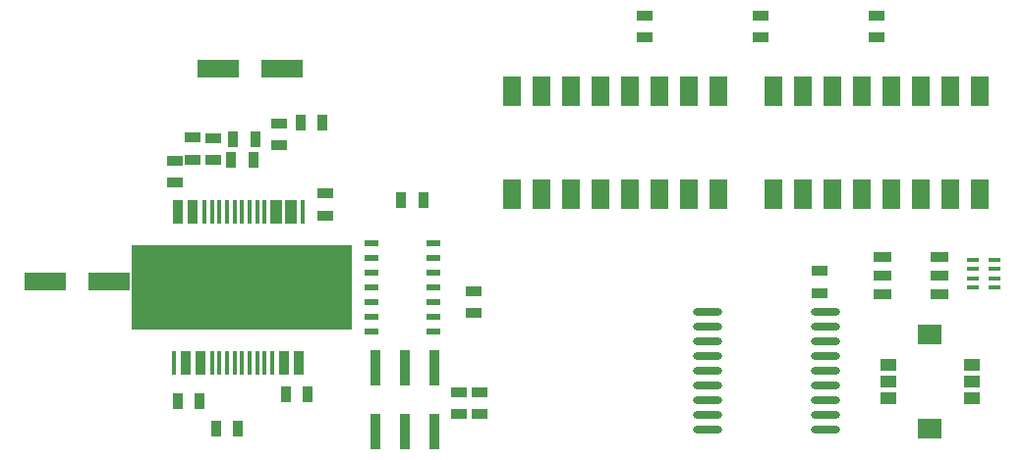
<source format=gtp>
G04 (created by PCBNEW (2013-jul-07)-stable) date Sat 26 Sep 2015 04:42:44 AM EDT*
%MOIN*%
G04 Gerber Fmt 3.4, Leading zero omitted, Abs format*
%FSLAX34Y34*%
G01*
G70*
G90*
G04 APERTURE LIST*
%ADD10C,0.00590551*%
%ADD11R,0.0141732X0.0787402*%
%ADD12R,0.039X0.0787402*%
%ADD13R,0.038X0.0787402*%
%ADD14R,0.748031X0.285433*%
%ADD15R,0.055X0.035*%
%ADD16R,0.035X0.055*%
%ADD17R,0.1417X0.063*%
%ADD18R,0.045X0.02*%
%ADD19R,0.038X0.119*%
%ADD20R,0.0590551X0.1*%
%ADD21O,0.0984252X0.025*%
%ADD22R,0.0531496X0.0393701*%
%ADD23R,0.0787402X0.0708661*%
%ADD24R,0.0393701X0.015748*%
%ADD25R,0.0633X0.0354*%
G04 APERTURE END LIST*
G54D10*
G54D11*
X34655Y-46653D03*
G54D12*
X34271Y-46653D03*
X33759Y-46653D03*
G54D11*
X33375Y-46653D03*
X33120Y-46653D03*
X32864Y-46653D03*
X32608Y-46653D03*
X32352Y-46653D03*
X32096Y-46653D03*
X31840Y-46653D03*
X31584Y-46653D03*
X31328Y-46653D03*
G54D13*
X30944Y-46653D03*
X30433Y-46653D03*
G54D11*
X30305Y-51771D03*
G54D13*
X30688Y-51771D03*
X31200Y-51771D03*
G54D11*
X31584Y-51771D03*
X31840Y-51771D03*
X32096Y-51771D03*
X32352Y-51771D03*
X32608Y-51771D03*
X32864Y-51771D03*
X33120Y-51771D03*
X33375Y-51771D03*
X33631Y-51771D03*
G54D13*
X34015Y-51771D03*
X34527Y-51771D03*
G54D14*
X32608Y-49212D03*
G54D15*
X39960Y-53520D03*
X39960Y-52770D03*
X30930Y-44135D03*
X30930Y-44885D03*
G54D16*
X32995Y-44870D03*
X32245Y-44870D03*
X38010Y-46259D03*
X38760Y-46259D03*
X31727Y-54027D03*
X32477Y-54027D03*
X33060Y-44170D03*
X32310Y-44170D03*
G54D17*
X31807Y-41800D03*
X33973Y-41800D03*
X25932Y-49019D03*
X28098Y-49019D03*
G54D18*
X36999Y-47712D03*
X36999Y-48212D03*
X36999Y-48712D03*
X36999Y-49212D03*
X36999Y-49712D03*
X36999Y-50212D03*
X36999Y-50712D03*
X39099Y-50712D03*
X39099Y-50212D03*
X39099Y-49712D03*
X39099Y-49212D03*
X39099Y-48712D03*
X39099Y-48212D03*
X39099Y-47712D03*
G54D19*
X39114Y-54118D03*
X38114Y-54118D03*
X37114Y-54118D03*
X39114Y-51938D03*
X38114Y-51938D03*
X37114Y-51938D03*
G54D16*
X34585Y-43625D03*
X35335Y-43625D03*
G54D15*
X33865Y-43640D03*
X33865Y-44390D03*
G54D16*
X30420Y-53100D03*
X31170Y-53100D03*
X34845Y-52865D03*
X34095Y-52865D03*
G54D15*
X54133Y-39979D03*
X54133Y-40729D03*
X50196Y-39979D03*
X50196Y-40729D03*
X46259Y-39979D03*
X46259Y-40729D03*
X40456Y-50099D03*
X40456Y-49349D03*
G54D20*
X57633Y-42541D03*
X56633Y-42541D03*
X55633Y-42541D03*
X54633Y-42541D03*
X53633Y-42541D03*
X52633Y-42541D03*
X51633Y-42541D03*
X50633Y-42541D03*
X50633Y-46041D03*
X51633Y-46041D03*
X52633Y-46041D03*
X53633Y-46041D03*
X54633Y-46041D03*
X55633Y-46041D03*
X56633Y-46041D03*
X57633Y-46041D03*
X48775Y-42541D03*
X47775Y-42541D03*
X46775Y-42541D03*
X45775Y-42541D03*
X44775Y-42541D03*
X43775Y-42541D03*
X42775Y-42541D03*
X41775Y-42541D03*
X41775Y-46041D03*
X42775Y-46041D03*
X43775Y-46041D03*
X44775Y-46041D03*
X45775Y-46041D03*
X46775Y-46041D03*
X47775Y-46041D03*
X48775Y-46041D03*
G54D15*
X31620Y-44140D03*
X31620Y-44890D03*
X30320Y-45665D03*
X30320Y-44915D03*
X35421Y-46022D03*
X35421Y-46772D03*
X40665Y-53520D03*
X40665Y-52770D03*
G54D21*
X48401Y-50043D03*
X48401Y-50543D03*
X48401Y-51043D03*
X48401Y-51543D03*
X48401Y-52043D03*
X48401Y-52543D03*
X48401Y-53043D03*
X48401Y-53543D03*
X48401Y-54043D03*
X52401Y-54043D03*
X52401Y-53543D03*
X52401Y-53043D03*
X52401Y-52543D03*
X52401Y-52043D03*
X52401Y-51543D03*
X52401Y-51043D03*
X52401Y-50543D03*
X52401Y-50043D03*
G54D15*
X52204Y-49414D03*
X52204Y-48664D03*
G54D22*
X57352Y-52986D03*
X57352Y-52425D03*
X57352Y-51863D03*
X54517Y-51863D03*
X54517Y-52425D03*
X54517Y-52986D03*
G54D23*
X55935Y-50830D03*
X55935Y-54019D03*
G54D24*
X58116Y-49222D03*
X58116Y-48907D03*
X58116Y-48592D03*
X58116Y-48277D03*
X57383Y-48277D03*
X57383Y-48592D03*
X57383Y-48907D03*
X57383Y-49222D03*
G54D25*
X54344Y-48190D03*
X54344Y-48820D03*
X54344Y-49450D03*
X56276Y-49450D03*
X56276Y-48820D03*
X56276Y-48190D03*
M02*

</source>
